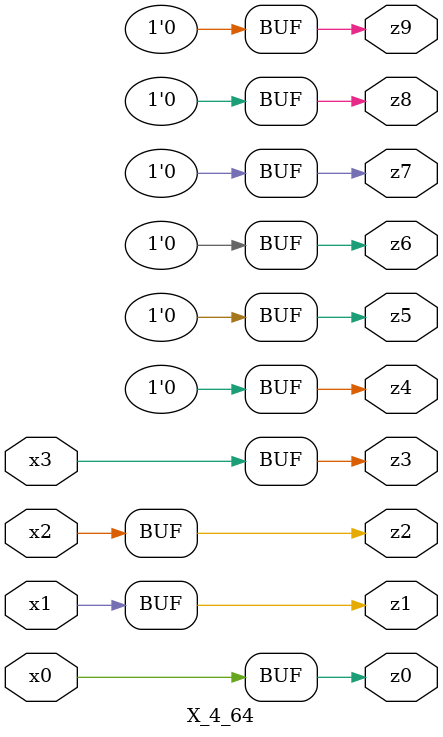
<source format=v>

module X_4_64 ( 
    x0, x1, x2, x3,
    z0, z1, z2, z3, z4, z5, z6, z7, z8, z9  );
  input  x0, x1, x2, x3;
  output z0, z1, z2, z3, z4, z5, z6, z7, z8, z9;
  assign z0 = x0;
  assign z1 = x1;
  assign z2 = x2;
  assign z3 = x3;
  assign z4 = 1'b0;
  assign z5 = 1'b0;
  assign z6 = 1'b0;
  assign z7 = 1'b0;
  assign z8 = 1'b0;
  assign z9 = 1'b0;
endmodule



</source>
